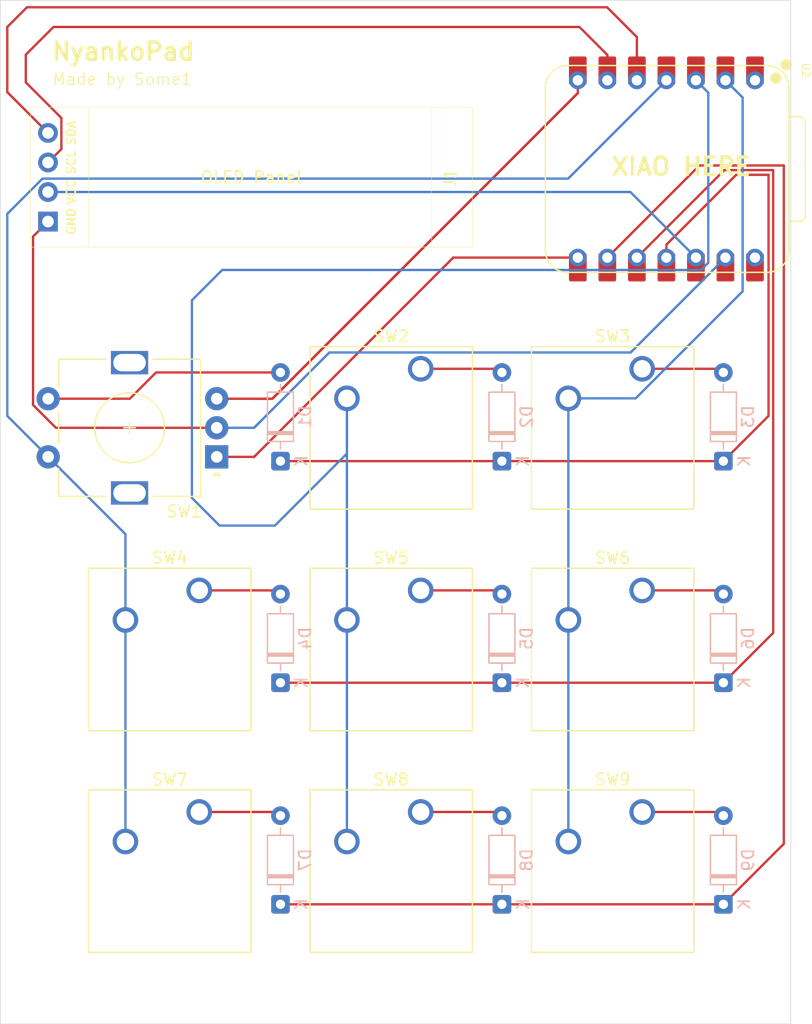
<source format=kicad_pcb>
(kicad_pcb (version 20241229) (generator "pcbnew") (generator_version "9.0")
  (layers (0 "F.Cu" signal) (2 "B.Cu" signal) (13 "F.Paste" user) (15 "B.Paste" user) (5 "F.SilkS" user "F.Silkscreen") (7 "B.SilkS" user "B.Silkscreen") (1 "F.Mask" user) (3 "B.Mask" user) (25 "Edge.Cuts" user))
  (net 0 "")
  (net 1 "GND")
  (net 2 "Net-(D1-A)")
  (net 3 "Net-(U2-GPIO1{slash}RX)")
  (net 4 "+5V")
  (net 5 "Net-(D2-A)")
  (net 6 "Net-(D3-A)")
  (net 7 "Net-(D4-A)")
  (net 8 "Col1")
  (net 9 "Net-(D5-A)")
  (net 10 "Net-(D6-A)")
  (net 11 "Row1")
  (net 12 "Net-(D7-A)")
  (net 13 "Net-(D8-A)")
  (net 14 "Net-(D9-A)")
  (net 16 "SCL")
  (net 17 "SDA")
  (net 18 "Row2")
  (net 19 "Col0")
  (net 20 "Net-(U2-GPIO0{slash}TX)")
  (net 21 "+3.3V")
  (net 22 "Row0")
  (net 23 "Col2")
  (footprint "Button_Switch_Keyboard:SW_Cherry_MX_1.00u_PCB" (layer "F.Cu") (at 136.36625 93.677725)
    (property "Reference" "SW2" (at -2.54 -2.794 0) (layer "F.SilkS"))
    (property "Value" "SW_Push")
    (fp_line (start -9.525 -1.905) (end 4.445 -1.905) (stroke (width 0.12)) (layer "F.SilkS"))
    (fp_line (start -9.525 12.065) (end -9.525 -1.905) (stroke (width 0.12)) (layer "F.SilkS"))
    (fp_line (start 4.445 -1.905) (end 4.445 12.065) (stroke (width 0.12)) (layer "F.SilkS"))
    (fp_line (start 4.445 12.065) (end -9.525 12.065) (stroke (width 0.12)) (layer "F.SilkS"))
    (pad "" np_thru_hole circle (at -7.62 5.08) (size 1.7 1.7) (drill 1.7) (layers "*.Cu" "*.Mask"))
    (pad "" np_thru_hole circle (at -2.54 5.08) (size 4 4) (drill 4) (layers "*.Cu" "*.Mask"))
    (pad "" np_thru_hole circle (at 2.54 5.08) (size 1.7 1.7) (drill 1.7) (layers "*.Cu" "*.Mask"))
    (pad "1" thru_hole circle (at 0 0) (size 2.2 2.2) (drill 1.5) (layers "*.Cu" "*.Mask") (net 5 "Net-(D2-A)"))
    (pad "2" thru_hole circle (at -6.35 2.54) (size 2.2 2.2) (drill 1.5) (layers "*.Cu" "*.Mask") (net 8 "Col1"))
  )
  (footprint "Other stuff:SSD1306-0.91-OLED-4pin-128x32" (layer "F.Cu") (at 140.805 83.211475 180)
    (property "Reference" "J1" (at 1.9 5.91 90) (layer "F.SilkS"))
    (property "Value" "OLED Screen")
    (fp_line (start 38 12) (end 38 0) (stroke (width 0.04)) (layer "F.SilkS"))
    (fp_line (start 38 0) (end 0 0) (stroke (width 0.04)) (layer "F.SilkS"))
    (fp_line (start 33 0) (end 33 12) (stroke (width 0.04)) (layer "F.SilkS"))
    (fp_line (start 3.5 0) (end 3.5 12) (stroke (width 0.04)) (layer "F.SilkS"))
    (fp_line (start 0 12) (end 38 12) (stroke (width 0.04)) (layer "F.SilkS"))
    (fp_line (start 0 0) (end 0 12) (stroke (width 0.04)) (layer "F.SilkS"))
    (fp_text user "OLED Panel" (at 19 6 0) (layer "F.SilkS"))
    (fp_text user "VCC" (at 34.5 4.73 90) (layer "F.SilkS") (effects (font (size 0.75 0.75))))
    (fp_text user "SCL" (at 34.5 7.27 90) (layer "F.SilkS") (effects (font (size 0.75 0.75))))
    (fp_text user "GND" (at 34.5 2.19 90) (layer "F.SilkS") (effects (font (size 0.75 0.75))))
    (fp_text user "SDA" (at 34.5 9.81 90) (layer "F.SilkS") (effects (font (size 0.75 0.75))))
    (pad "1" thru_hole rect (at 36.5 2.19 180) (size 1.7 1.7) (drill 1) (layers "*.Cu" "*.Mask") (net 1 "GND"))
    (pad "2" thru_hole oval (at 36.5 4.73 180) (size 1.7 1.7) (drill 1) (layers "*.Cu" "*.Mask") (net 21 "+3.3V"))
    (pad "3" thru_hole oval (at 36.5 7.27 180) (size 1.7 1.7) (drill 1) (layers "*.Cu" "*.Mask") (net 16 "SCL"))
    (pad "4" thru_hole oval (at 36.5 9.81 180) (size 1.7 1.7) (drill 1) (layers "*.Cu" "*.Mask") (net 17 "SDA"))
  )
  (footprint "Button_Switch_Keyboard:SW_Cherry_MX_1.00u_PCB" (layer "F.Cu") (at 155.41625 93.677725)
    (property "Reference" "SW3" (at -2.54 -2.794 0) (layer "F.SilkS"))
    (property "Value" "SW_Push")
    (fp_line (start -9.525 -1.905) (end 4.445 -1.905) (stroke (width 0.12)) (layer "F.SilkS"))
    (fp_line (start -9.525 12.065) (end -9.525 -1.905) (stroke (width 0.12)) (layer "F.SilkS"))
    (fp_line (start 4.445 -1.905) (end 4.445 12.065) (stroke (width 0.12)) (layer "F.SilkS"))
    (fp_line (start 4.445 12.065) (end -9.525 12.065) (stroke (width 0.12)) (layer "F.SilkS"))
    (pad "" np_thru_hole circle (at -7.62 5.08) (size 1.7 1.7) (drill 1.7) (layers "*.Cu" "*.Mask"))
    (pad "" np_thru_hole circle (at -2.54 5.08) (size 4 4) (drill 4) (layers "*.Cu" "*.Mask"))
    (pad "" np_thru_hole circle (at 2.54 5.08) (size 1.7 1.7) (drill 1.7) (layers "*.Cu" "*.Mask"))
    (pad "1" thru_hole circle (at 0 0) (size 2.2 2.2) (drill 1.5) (layers "*.Cu" "*.Mask") (net 6 "Net-(D3-A)"))
    (pad "2" thru_hole circle (at -6.35 2.54) (size 2.2 2.2) (drill 1.5) (layers "*.Cu" "*.Mask") (net 23 "Col2"))
  )
  (footprint "Button_Switch_Keyboard:SW_Cherry_MX_1.00u_PCB" (layer "F.Cu") (at 155.41625 131.777725)
    (property "Reference" "SW9" (at -2.54 -2.794 0) (layer "F.SilkS"))
    (property "Value" "SW_Push")
    (fp_line (start -9.525 -1.905) (end 4.445 -1.905) (stroke (width 0.12)) (layer "F.SilkS"))
    (fp_line (start -9.525 12.065) (end -9.525 -1.905) (stroke (width 0.12)) (layer "F.SilkS"))
    (fp_line (start 4.445 -1.905) (end 4.445 12.065) (stroke (width 0.12)) (layer "F.SilkS"))
    (fp_line (start 4.445 12.065) (end -9.525 12.065) (stroke (width 0.12)) (layer "F.SilkS"))
    (pad "" np_thru_hole circle (at -7.62 5.08) (size 1.7 1.7) (drill 1.7) (layers "*.Cu" "*.Mask"))
    (pad "" np_thru_hole circle (at -2.54 5.08) (size 4 4) (drill 4) (layers "*.Cu" "*.Mask"))
    (pad "" np_thru_hole circle (at 2.54 5.08) (size 1.7 1.7) (drill 1.7) (layers "*.Cu" "*.Mask"))
    (pad "1" thru_hole circle (at 0 0) (size 2.2 2.2) (drill 1.5) (layers "*.Cu" "*.Mask") (net 14 "Net-(D9-A)"))
    (pad "2" thru_hole circle (at -6.35 2.54) (size 2.2 2.2) (drill 1.5) (layers "*.Cu" "*.Mask") (net 23 "Col2"))
  )
  (footprint "Button_Switch_Keyboard:SW_Cherry_MX_1.00u_PCB" (layer "F.Cu") (at 117.31625 131.777725)
    (property "Reference" "SW7" (at -2.54 -2.794 0) (layer "F.SilkS"))
    (property "Value" "SW_Push")
    (fp_line (start -9.525 -1.905) (end 4.445 -1.905) (stroke (width 0.12)) (layer "F.SilkS"))
    (fp_line (start -9.525 12.065) (end -9.525 -1.905) (stroke (width 0.12)) (layer "F.SilkS"))
    (fp_line (start 4.445 -1.905) (end 4.445 12.065) (stroke (width 0.12)) (layer "F.SilkS"))
    (fp_line (start 4.445 12.065) (end -9.525 12.065) (stroke (width 0.12)) (layer "F.SilkS"))
    (pad "" np_thru_hole circle (at -7.62 5.08) (size 1.7 1.7) (drill 1.7) (layers "*.Cu" "*.Mask"))
    (pad "" np_thru_hole circle (at -2.54 5.08) (size 4 4) (drill 4) (layers "*.Cu" "*.Mask"))
    (pad "" np_thru_hole circle (at 2.54 5.08) (size 1.7 1.7) (drill 1.7) (layers "*.Cu" "*.Mask"))
    (pad "1" thru_hole circle (at 0 0) (size 2.2 2.2) (drill 1.5) (layers "*.Cu" "*.Mask") (net 12 "Net-(D7-A)"))
    (pad "2" thru_hole circle (at -6.35 2.54) (size 2.2 2.2) (drill 1.5) (layers "*.Cu" "*.Mask") (net 19 "Col0"))
  )
  (footprint "Button_Switch_Keyboard:SW_Cherry_MX_1.00u_PCB" (layer "F.Cu") (at 136.36625 131.777725)
    (property "Reference" "SW8" (at -2.54 -2.794 0) (layer "F.SilkS"))
    (property "Value" "SW_Push")
    (fp_line (start -9.525 -1.905) (end 4.445 -1.905) (stroke (width 0.12)) (layer "F.SilkS"))
    (fp_line (start -9.525 12.065) (end -9.525 -1.905) (stroke (width 0.12)) (layer "F.SilkS"))
    (fp_line (start 4.445 -1.905) (end 4.445 12.065) (stroke (width 0.12)) (layer "F.SilkS"))
    (fp_line (start 4.445 12.065) (end -9.525 12.065) (stroke (width 0.12)) (layer "F.SilkS"))
    (pad "" np_thru_hole circle (at -7.62 5.08) (size 1.7 1.7) (drill 1.7) (layers "*.Cu" "*.Mask"))
    (pad "" np_thru_hole circle (at -2.54 5.08) (size 4 4) (drill 4) (layers "*.Cu" "*.Mask"))
    (pad "" np_thru_hole circle (at 2.54 5.08) (size 1.7 1.7) (drill 1.7) (layers "*.Cu" "*.Mask"))
    (pad "1" thru_hole circle (at 0 0) (size 2.2 2.2) (drill 1.5) (layers "*.Cu" "*.Mask") (net 13 "Net-(D8-A)"))
    (pad "2" thru_hole circle (at -6.35 2.54) (size 2.2 2.2) (drill 1.5) (layers "*.Cu" "*.Mask") (net 8 "Col1"))
  )
  (footprint "Button_Switch_Keyboard:SW_Cherry_MX_1.00u_PCB" (layer "F.Cu") (at 136.36625 112.727725)
    (property "Reference" "SW5" (at -2.54 -2.794 0) (layer "F.SilkS"))
    (property "Value" "SW_Push")
    (fp_line (start -9.525 -1.905) (end 4.445 -1.905) (stroke (width 0.12)) (layer "F.SilkS"))
    (fp_line (start -9.525 12.065) (end -9.525 -1.905) (stroke (width 0.12)) (layer "F.SilkS"))
    (fp_line (start 4.445 -1.905) (end 4.445 12.065) (stroke (width 0.12)) (layer "F.SilkS"))
    (fp_line (start 4.445 12.065) (end -9.525 12.065) (stroke (width 0.12)) (layer "F.SilkS"))
    (pad "" np_thru_hole circle (at -7.62 5.08) (size 1.7 1.7) (drill 1.7) (layers "*.Cu" "*.Mask"))
    (pad "" np_thru_hole circle (at -2.54 5.08) (size 4 4) (drill 4) (layers "*.Cu" "*.Mask"))
    (pad "" np_thru_hole circle (at 2.54 5.08) (size 1.7 1.7) (drill 1.7) (layers "*.Cu" "*.Mask"))
    (pad "1" thru_hole circle (at 0 0) (size 2.2 2.2) (drill 1.5) (layers "*.Cu" "*.Mask") (net 9 "Net-(D5-A)"))
    (pad "2" thru_hole circle (at -6.35 2.54) (size 2.2 2.2) (drill 1.5) (layers "*.Cu" "*.Mask") (net 8 "Col1"))
  )
  (footprint "Button_Switch_Keyboard:SW_Cherry_MX_1.00u_PCB" (layer "F.Cu") (at 155.41625 112.727725)
    (property "Reference" "SW6" (at -2.54 -2.794 0) (layer "F.SilkS"))
    (property "Value" "SW_Push")
    (fp_line (start -9.525 -1.905) (end 4.445 -1.905) (stroke (width 0.12)) (layer "F.SilkS"))
    (fp_line (start -9.525 12.065) (end -9.525 -1.905) (stroke (width 0.12)) (layer "F.SilkS"))
    (fp_line (start 4.445 -1.905) (end 4.445 12.065) (stroke (width 0.12)) (layer "F.SilkS"))
    (fp_line (start 4.445 12.065) (end -9.525 12.065) (stroke (width 0.12)) (layer "F.SilkS"))
    (pad "" np_thru_hole circle (at -7.62 5.08) (size 1.7 1.7) (drill 1.7) (layers "*.Cu" "*.Mask"))
    (pad "" np_thru_hole circle (at -2.54 5.08) (size 4 4) (drill 4) (layers "*.Cu" "*.Mask"))
    (pad "" np_thru_hole circle (at 2.54 5.08) (size 1.7 1.7) (drill 1.7) (layers "*.Cu" "*.Mask"))
    (pad "1" thru_hole circle (at 0 0) (size 2.2 2.2) (drill 1.5) (layers "*.Cu" "*.Mask") (net 10 "Net-(D6-A)"))
    (pad "2" thru_hole circle (at -6.35 2.54) (size 2.2 2.2) (drill 1.5) (layers "*.Cu" "*.Mask") (net 23 "Col2"))
  )
  (footprint "OPL:XIAO-RP2040-DIP" (layer "F.Cu") (at 157.5 76.5 -90)
    (property "Reference" "U2" (at -8.5 -12 270) (layer "F.SilkS") (effects (font (size 0.635 0.635) (thickness 0.1016))))
    (property "Value" "XIAO-RP2040-DIP")
    (fp_line (start -6.985 10.414) (end 6.985 10.414) (stroke (width 0.127)) (layer "F.SilkS"))
    (fp_line (start -8.89 8.509) (end -8.89 -8.636) (stroke (width 0.127)) (layer "F.SilkS"))
    (fp_line (start 8.89 8.509) (end 8.89 -8.636) (stroke (width 0.127)) (layer "F.SilkS"))
    (fp_line (start -4.495 -10.541) (end -4.491272 -11.451272) (stroke (width 0.127)) (layer "F.SilkS"))
    (fp_line (start 6.985 -10.541) (end -6.985 -10.541) (stroke (width 0.1)) (layer "F.SilkS"))
    (fp_line (start 6.985 -10.541) (end -6.985 -10.541) (stroke (width 0.127)) (layer "F.SilkS"))
    (fp_line (start 4.504 -11.451) (end 4.504 -10.541) (stroke (width 0.127)) (layer "F.SilkS"))
    (fp_line (start -3.991272 -11.951) (end 4.004 -11.951) (stroke (width 0.127)) (layer "F.SilkS"))
    (fp_arc (start -6.985 10.414) (mid -8.332038 9.856038) (end -8.89 8.509) (stroke (width 0.127)) (layer "F.SilkS"))
    (fp_arc (start 8.89 8.509) (mid 8.332038 9.856038) (end 6.985 10.414) (stroke (width 0.127)) (layer "F.SilkS"))
    (fp_arc (start -8.89 -8.636) (mid -8.332038 -9.983038) (end -6.985 -10.541) (stroke (width 0.127)) (layer "F.SilkS"))
    (fp_arc (start 6.985 -10.541) (mid 8.332038 -9.983038) (end 8.89 -8.636) (stroke (width 0.127)) (layer "F.SilkS"))
    (fp_arc (start -4.491272 -11.451272) (mid -4.344728 -11.80464) (end -3.991272 -11.951) (stroke (width 0.127)) (layer "F.SilkS"))
    (fp_arc (start 4.004 -11.951) (mid 4.357553 -11.804553) (end 4.504 -11.451) (stroke (width 0.127)) (layer "F.SilkS"))
    (fp_circle (center -7.807 -9.42) (end -7.807 -9.674) (stroke (width 0.5)) (fill yes) (layer "F.SilkS"))
    (fp_circle (center -8.95 -10.3) (end -8.95 -10.554) (stroke (width 0.5)) (fill yes) (layer "F.SilkS"))
    (pad "1" smd roundrect (at -8.455 -7.62 90) (size 2.432 1.524) (layers "F.Cu" "F.Mask") (roundrect_rratio 0.1))
    (pad "1" thru_hole circle (at -7.62 -7.62 90) (size 1.524 1.524) (drill 0.889) (layers "*.Cu" "*.Mask"))
    (pad "2" smd roundrect (at -8.455 -5.08 90) (size 2.432 1.524) (layers "F.Cu" "F.Mask") (roundrect_rratio 0.1) (net 23 "Col2"))
    (pad "2" thru_hole circle (at -7.62 -5.08 90) (size 1.524 1.524) (drill 0.889) (layers "*.Cu" "*.Mask") (net 23 "Col2"))
    (pad "3" smd roundrect (at -8.455 -2.54 90) (size 2.432 1.524) (layers "F.Cu" "F.Mask") (roundrect_rratio 0.1) (net 8 "Col1"))
    (pad "3" thru_hole circle (at -7.62 -2.54 90) (size 1.524 1.524) (drill 0.889) (layers "*.Cu" "*.Mask") (net 8 "Col1"))
    (pad "4" smd roundrect (at -8.455 0 90) (size 2.432 1.524) (layers "F.Cu" "F.Mask") (roundrect_rratio 0.1) (net 19 "Col0"))
    (pad "4" thru_hole circle (at -7.62 0 90) (size 1.524 1.524) (drill 0.889) (layers "*.Cu" "*.Mask") (net 19 "Col0"))
    (pad "5" smd roundrect (at -8.455 2.54 90) (size 2.432 1.524) (layers "F.Cu" "F.Mask") (roundrect_rratio 0.1) (net 17 "SDA"))
    (pad "5" thru_hole circle (at -7.62 2.54 90) (size 1.524 1.524) (drill 0.889) (layers "*.Cu" "*.Mask") (net 17 "SDA"))
    (pad "6" smd roundrect (at -8.455 5.08 90) (size 2.432 1.524) (layers "F.Cu" "F.Mask") (roundrect_rratio 0.1) (net 16 "SCL"))
    (pad "6" thru_hole circle (at -7.62 5.08 90) (size 1.524 1.524) (drill 0.889) (layers "*.Cu" "*.Mask") (net 16 "SCL"))
    (pad "7" smd roundrect (at -8.455 7.62 90) (size 2.432 1.524) (layers "F.Cu" "F.Mask") (roundrect_rratio 0.1) (net 20 "Net-(U2-GPIO0{slash}TX)"))
    (pad "7" thru_hole circle (at -7.62 7.62 90) (size 1.524 1.524) (drill 0.889) (layers "*.Cu" "*.Mask") (net 20 "Net-(U2-GPIO0{slash}TX)"))
    (pad "8" thru_hole circle (at 7.62 7.62 270) (size 1.524 1.524) (drill 0.889) (layers "*.Cu" "*.Mask") (net 3 "Net-(U2-GPIO1{slash}RX)"))
    (pad "8" smd roundrect (at 8.455 7.62 270) (size 2.432 1.524) (layers "F.Cu" "F.Mask") (roundrect_rratio 0.1) (net 3 "Net-(U2-GPIO1{slash}RX)"))
    (pad "9" thru_hole circle (at 7.62 5.08 270) (size 1.524 1.524) (drill 0.889) (layers "*.Cu" "*.Mask") (net 18 "Row2"))
    (pad "9" smd roundrect (at 8.455 5.08 270) (size 2.432 1.524) (layers "F.Cu" "F.Mask") (roundrect_rratio 0.1) (net 18 "Row2"))
    (pad "10" thru_hole circle (at 7.62 2.54 270) (size 1.524 1.524) (drill 0.889) (layers "*.Cu" "*.Mask") (net 11 "Row1"))
    (pad "10" smd roundrect (at 8.455 2.54 270) (size 2.432 1.524) (layers "F.Cu" "F.Mask") (roundrect_rratio 0.1) (net 11 "Row1"))
    (pad "11" thru_hole circle (at 7.62 0 270) (size 1.524 1.524) (drill 0.889) (layers "*.Cu" "*.Mask") (net 22 "Row0"))
    (pad "11" smd roundrect (at 8.455 0 270) (size 2.432 1.524) (layers "F.Cu" "F.Mask") (roundrect_rratio 0.1) (net 22 "Row0"))
    (pad "12" thru_hole circle (at 7.62 -2.54 270) (size 1.524 1.524) (drill 0.889) (layers "*.Cu" "*.Mask") (net 21 "+3.3V"))
    (pad "12" smd roundrect (at 8.455 -2.54 270) (size 2.432 1.524) (layers "F.Cu" "F.Mask") (roundrect_rratio 0.1) (net 21 "+3.3V"))
    (pad "13" thru_hole circle (at 7.62 -5.08 270) (size 1.524 1.524) (drill 0.889) (layers "*.Cu" "*.Mask") (net 1 "GND"))
    (pad "13" smd roundrect (at 8.455 -5.08 270) (size 2.432 1.524) (layers "F.Cu" "F.Mask") (roundrect_rratio 0.1) (net 1 "GND"))
    (pad "14" thru_hole circle (at 7.62 -7.62 270) (size 1.524 1.524) (drill 0.889) (layers "*.Cu" "*.Mask") (net 4 "+5V"))
    (pad "14" smd roundrect (at 8.455 -7.62 270) (size 2.432 1.524) (layers "F.Cu" "F.Mask") (roundrect_rratio 0.1) (net 4 "+5V"))
  )
  (footprint "Rotary_Encoder:RotaryEncoder_Alps_EC11E-Switch_Vertical_H20mm" (layer "F.Cu") (at 118.82 101.25 180)
    (property "Reference" "SW1" (at 2.8 -4.7 0) (layer "F.SilkS"))
    (property "Value" "RotaryEncoder_Switch")
    (fp_line (start 13.6 8.4) (end 9.5 8.4) (stroke (width 0.12)) (layer "F.SilkS"))
    (fp_line (start 13.6 6) (end 13.6 8.4) (stroke (width 0.12)) (layer "F.SilkS"))
    (fp_line (start 13.6 1.2) (end 13.6 3.8) (stroke (width 0.12)) (layer "F.SilkS"))
    (fp_line (start 13.6 -3.4) (end 13.6 -1) (stroke (width 0.12)) (layer "F.SilkS"))
    (fp_line (start 9.5 -3.4) (end 13.6 -3.4) (stroke (width 0.12)) (layer "F.SilkS"))
    (fp_line (start 7.5 2) (end 7.5 3) (stroke (width 0.12)) (layer "F.SilkS"))
    (fp_line (start 7 2.5) (end 8 2.5) (stroke (width 0.12)) (layer "F.SilkS"))
    (fp_line (start 5.5 8.4) (end 1.4 8.4) (stroke (width 0.12)) (layer "F.SilkS"))
    (fp_line (start 5.5 -3.4) (end 1.4 -3.4) (stroke (width 0.12)) (layer "F.SilkS"))
    (fp_line (start 1.4 -3.4) (end 1.4 8.4) (stroke (width 0.12)) (layer "F.SilkS"))
    (fp_line (start 0.3 -1.6) (end 0 -1.3) (stroke (width 0.12)) (layer "F.SilkS"))
    (fp_line (start 0 -1.3) (end -0.3 -1.6) (stroke (width 0.12)) (layer "F.SilkS"))
    (fp_line (start -0.3 -1.6) (end 0.3 -1.6) (stroke (width 0.12)) (layer "F.SilkS"))
    (fp_circle (center 7.5 2.5) (end 10.5 2.5) (stroke (width 0.12)) (fill no) (layer "F.SilkS"))
    (pad "A" thru_hole rect (at 0 0 180) (size 2 2) (drill 1) (layers "*.Cu" "*.Mask") (net 3 "Net-(U2-GPIO1{slash}RX)"))
    (pad "B" thru_hole circle (at 0 5 180) (size 2 2) (drill 1) (layers "*.Cu" "*.Mask") (net 20 "Net-(U2-GPIO0{slash}TX)"))
    (pad "C" thru_hole circle (at 0 2.5 180) (size 2 2) (drill 1) (layers "*.Cu" "*.Mask") (net 1 "GND"))
    (pad "MP" thru_hole rect (at 7.5 -3.1 180) (size 3.2 2) (drill oval 2.8 1.5) (layers "*.Cu" "*.Mask"))
    (pad "MP" thru_hole rect (at 7.5 8.1 180) (size 3.2 2) (drill oval 2.8 1.5) (layers "*.Cu" "*.Mask"))
    (pad "S1" thru_hole circle (at 14.5 5 180) (size 2 2) (drill 1) (layers "*.Cu" "*.Mask") (net 2 "Net-(D1-A)"))
    (pad "S2" thru_hole circle (at 14.5 0 180) (size 2 2) (drill 1) (layers "*.Cu" "*.Mask") (net 19 "Col0"))
  )
  (footprint "Button_Switch_Keyboard:SW_Cherry_MX_1.00u_PCB" (layer "F.Cu") (at 117.31625 112.727725)
    (property "Reference" "SW4" (at -2.54 -2.794 0) (layer "F.SilkS"))
    (property "Value" "SW_Push")
    (fp_line (start -9.525 -1.905) (end 4.445 -1.905) (stroke (width 0.12)) (layer "F.SilkS"))
    (fp_line (start -9.525 12.065) (end -9.525 -1.905) (stroke (width 0.12)) (layer "F.SilkS"))
    (fp_line (start 4.445 -1.905) (end 4.445 12.065) (stroke (width 0.12)) (layer "F.SilkS"))
    (fp_line (start 4.445 12.065) (end -9.525 12.065) (stroke (width 0.12)) (layer "F.SilkS"))
    (pad "" np_thru_hole circle (at -7.62 5.08) (size 1.7 1.7) (drill 1.7) (layers "*.Cu" "*.Mask"))
    (pad "" np_thru_hole circle (at -2.54 5.08) (size 4 4) (drill 4) (layers "*.Cu" "*.Mask"))
    (pad "" np_thru_hole circle (at 2.54 5.08) (size 1.7 1.7) (drill 1.7) (layers "*.Cu" "*.Mask"))
    (pad "1" thru_hole circle (at 0 0) (size 2.2 2.2) (drill 1.5) (layers "*.Cu" "*.Mask") (net 7 "Net-(D4-A)"))
    (pad "2" thru_hole circle (at -6.35 2.54) (size 2.2 2.2) (drill 1.5) (layers "*.Cu" "*.Mask") (net 19 "Col0"))
  )
  (footprint "Diode_THT:D_DO-35_SOD27_P7.62mm_Horizontal" (layer "B.Cu") (at 143.35125 101.615225 90)
    (property "Reference" "D2" (at 3.81 2.12 90) (layer "B.SilkS") (effects (justify mirror)))
    (property "Value" "1N4148")
    (fp_line (start 6.58 0) (end 5.93 0) (stroke (width 0.12)) (layer "B.SilkS"))
    (fp_line (start 1.04 0) (end 1.69 0) (stroke (width 0.12)) (layer "B.SilkS"))
    (fp_line (start 2.53 1.12) (end 2.53 -1.12) (stroke (width 0.12)) (layer "B.SilkS"))
    (fp_line (start 2.41 1.12) (end 2.41 -1.12) (stroke (width 0.12)) (layer "B.SilkS"))
    (fp_line (start 2.29 1.12) (end 2.29 -1.12) (stroke (width 0.12)) (layer "B.SilkS"))
    (fp_rect (start 1.69 1.12) (end 5.93 -1.12) (stroke (width 0.12)) (fill no) (layer "B.SilkS"))
    (fp_text user "K" (at 0 1.8 90) (layer "B.SilkS") (effects (justify mirror)))
    (pad "1" thru_hole roundrect (at 0 0 90) (size 1.6 1.6) (drill 0.8) (layers "*.Cu" "*.Mask") (roundrect_rratio 0.15625) (net 22 "Row0"))
    (pad "2" thru_hole circle (at 7.62 0 90) (size 1.6 1.6) (drill 0.8) (layers "*.Cu" "*.Mask") (net 5 "Net-(D2-A)"))
  )
  (footprint "Diode_THT:D_DO-35_SOD27_P7.62mm_Horizontal" (layer "B.Cu") (at 162.40125 101.615225 90)
    (property "Reference" "D3" (at 3.81 2.12 90) (layer "B.SilkS") (effects (justify mirror)))
    (property "Value" "1N4148")
    (fp_line (start 6.58 0) (end 5.93 0) (stroke (width 0.12)) (layer "B.SilkS"))
    (fp_line (start 1.04 0) (end 1.69 0) (stroke (width 0.12)) (layer "B.SilkS"))
    (fp_line (start 2.53 1.12) (end 2.53 -1.12) (stroke (width 0.12)) (layer "B.SilkS"))
    (fp_line (start 2.41 1.12) (end 2.41 -1.12) (stroke (width 0.12)) (layer "B.SilkS"))
    (fp_line (start 2.29 1.12) (end 2.29 -1.12) (stroke (width 0.12)) (layer "B.SilkS"))
    (fp_rect (start 1.69 1.12) (end 5.93 -1.12) (stroke (width 0.12)) (fill no) (layer "B.SilkS"))
    (fp_text user "K" (at 0 1.8 90) (layer "B.SilkS") (effects (justify mirror)))
    (pad "1" thru_hole roundrect (at 0 0 90) (size 1.6 1.6) (drill 0.8) (layers "*.Cu" "*.Mask") (roundrect_rratio 0.15625) (net 22 "Row0"))
    (pad "2" thru_hole circle (at 7.62 0 90) (size 1.6 1.6) (drill 0.8) (layers "*.Cu" "*.Mask") (net 6 "Net-(D3-A)"))
  )
  (footprint "Diode_THT:D_DO-35_SOD27_P7.62mm_Horizontal" (layer "B.Cu") (at 143.35125 120.665225 90)
    (property "Reference" "D5" (at 3.81 2.12 90) (layer "B.SilkS") (effects (justify mirror)))
    (property "Value" "1N4148")
    (fp_line (start 6.58 0) (end 5.93 0) (stroke (width 0.12)) (layer "B.SilkS"))
    (fp_line (start 1.04 0) (end 1.69 0) (stroke (width 0.12)) (layer "B.SilkS"))
    (fp_line (start 2.53 1.12) (end 2.53 -1.12) (stroke (width 0.12)) (layer "B.SilkS"))
    (fp_line (start 2.41 1.12) (end 2.41 -1.12) (stroke (width 0.12)) (layer "B.SilkS"))
    (fp_line (start 2.29 1.12) (end 2.29 -1.12) (stroke (width 0.12)) (layer "B.SilkS"))
    (fp_rect (start 1.69 1.12) (end 5.93 -1.12) (stroke (width 0.12)) (fill no) (layer "B.SilkS"))
    (fp_text user "K" (at 0 1.8 90) (layer "B.SilkS") (effects (justify mirror)))
    (pad "1" thru_hole roundrect (at 0 0 90) (size 1.6 1.6) (drill 0.8) (layers "*.Cu" "*.Mask") (roundrect_rratio 0.15625) (net 11 "Row1"))
    (pad "2" thru_hole circle (at 7.62 0 90) (size 1.6 1.6) (drill 0.8) (layers "*.Cu" "*.Mask") (net 9 "Net-(D5-A)"))
  )
  (footprint "Diode_THT:D_DO-35_SOD27_P7.62mm_Horizontal" (layer "B.Cu") (at 124.30125 120.665225 90)
    (property "Reference" "D4" (at 3.81 2.12 90) (layer "B.SilkS") (effects (justify mirror)))
    (property "Value" "1N4148")
    (fp_line (start 6.58 0) (end 5.93 0) (stroke (width 0.12)) (layer "B.SilkS"))
    (fp_line (start 1.04 0) (end 1.69 0) (stroke (width 0.12)) (layer "B.SilkS"))
    (fp_line (start 2.53 1.12) (end 2.53 -1.12) (stroke (width 0.12)) (layer "B.SilkS"))
    (fp_line (start 2.41 1.12) (end 2.41 -1.12) (stroke (width 0.12)) (layer "B.SilkS"))
    (fp_line (start 2.29 1.12) (end 2.29 -1.12) (stroke (width 0.12)) (layer "B.SilkS"))
    (fp_rect (start 1.69 1.12) (end 5.93 -1.12) (stroke (width 0.12)) (fill no) (layer "B.SilkS"))
    (fp_text user "K" (at 0 1.8 90) (layer "B.SilkS") (effects (justify mirror)))
    (pad "1" thru_hole roundrect (at 0 0 90) (size 1.6 1.6) (drill 0.8) (layers "*.Cu" "*.Mask") (roundrect_rratio 0.15625) (net 11 "Row1"))
    (pad "2" thru_hole circle (at 7.62 0 90) (size 1.6 1.6) (drill 0.8) (layers "*.Cu" "*.Mask") (net 7 "Net-(D4-A)"))
  )
  (footprint "Diode_THT:D_DO-35_SOD27_P7.62mm_Horizontal" (layer "B.Cu") (at 143.35125 139.715225 90)
    (property "Reference" "D8" (at 3.81 2.12 90) (layer "B.SilkS") (effects (justify mirror)))
    (property "Value" "1N4148")
    (fp_line (start 6.58 0) (end 5.93 0) (stroke (width 0.12)) (layer "B.SilkS"))
    (fp_line (start 1.04 0) (end 1.69 0) (stroke (width 0.12)) (layer "B.SilkS"))
    (fp_line (start 2.53 1.12) (end 2.53 -1.12) (stroke (width 0.12)) (layer "B.SilkS"))
    (fp_line (start 2.41 1.12) (end 2.41 -1.12) (stroke (width 0.12)) (layer "B.SilkS"))
    (fp_line (start 2.29 1.12) (end 2.29 -1.12) (stroke (width 0.12)) (layer "B.SilkS"))
    (fp_rect (start 1.69 1.12) (end 5.93 -1.12) (stroke (width 0.12)) (fill no) (layer "B.SilkS"))
    (fp_text user "K" (at 0 1.8 90) (layer "B.SilkS") (effects (justify mirror)))
    (pad "1" thru_hole roundrect (at 0 0 90) (size 1.6 1.6) (drill 0.8) (layers "*.Cu" "*.Mask") (roundrect_rratio 0.15625) (net 18 "Row2"))
    (pad "2" thru_hole circle (at 7.62 0 90) (size 1.6 1.6) (drill 0.8) (layers "*.Cu" "*.Mask") (net 13 "Net-(D8-A)"))
  )
  (footprint "Diode_THT:D_DO-35_SOD27_P7.62mm_Horizontal" (layer "B.Cu") (at 162.40125 139.715225 90)
    (property "Reference" "D9" (at 3.81 2.12 90) (layer "B.SilkS") (effects (justify mirror)))
    (property "Value" "1N4148")
    (fp_line (start 6.58 0) (end 5.93 0) (stroke (width 0.12)) (layer "B.SilkS"))
    (fp_line (start 1.04 0) (end 1.69 0) (stroke (width 0.12)) (layer "B.SilkS"))
    (fp_line (start 2.53 1.12) (end 2.53 -1.12) (stroke (width 0.12)) (layer "B.SilkS"))
    (fp_line (start 2.41 1.12) (end 2.41 -1.12) (stroke (width 0.12)) (layer "B.SilkS"))
    (fp_line (start 2.29 1.12) (end 2.29 -1.12) (stroke (width 0.12)) (layer "B.SilkS"))
    (fp_rect (start 1.69 1.12) (end 5.93 -1.12) (stroke (width 0.12)) (fill no) (layer "B.SilkS"))
    (fp_text user "K" (at 0 1.8 90) (layer "B.SilkS") (effects (justify mirror)))
    (pad "1" thru_hole roundrect (at 0 0 90) (size 1.6 1.6) (drill 0.8) (layers "*.Cu" "*.Mask") (roundrect_rratio 0.15625) (net 18 "Row2"))
    (pad "2" thru_hole circle (at 7.62 0 90) (size 1.6 1.6) (drill 0.8) (layers "*.Cu" "*.Mask") (net 14 "Net-(D9-A)"))
  )
  (footprint "Diode_THT:D_DO-35_SOD27_P7.62mm_Horizontal" (layer "B.Cu") (at 124.30125 101.615225 90)
    (property "Reference" "D1" (at 3.81 2.12 90) (layer "B.SilkS") (effects (justify mirror)))
    (property "Value" "1N4148")
    (fp_line (start 6.58 0) (end 5.93 0) (stroke (width 0.12)) (layer "B.SilkS"))
    (fp_line (start 1.04 0) (end 1.69 0) (stroke (width 0.12)) (layer "B.SilkS"))
    (fp_line (start 2.53 1.12) (end 2.53 -1.12) (stroke (width 0.12)) (layer "B.SilkS"))
    (fp_line (start 2.41 1.12) (end 2.41 -1.12) (stroke (width 0.12)) (layer "B.SilkS"))
    (fp_line (start 2.29 1.12) (end 2.29 -1.12) (stroke (width 0.12)) (layer "B.SilkS"))
    (fp_rect (start 1.69 1.12) (end 5.93 -1.12) (stroke (width 0.12)) (fill no) (layer "B.SilkS"))
    (fp_text user "K" (at 0 1.8 90) (layer "B.SilkS") (effects (justify mirror)))
    (pad "1" thru_hole roundrect (at 0 0 90) (size 1.6 1.6) (drill 0.8) (layers "*.Cu" "*.Mask") (roundrect_rratio 0.15625) (net 22 "Row0"))
    (pad "2" thru_hole circle (at 7.62 0 90) (size 1.6 1.6) (drill 0.8) (layers "*.Cu" "*.Mask") (net 2 "Net-(D1-A)"))
  )
  (footprint "Diode_THT:D_DO-35_SOD27_P7.62mm_Horizontal" (layer "B.Cu") (at 162.40125 120.665225 90)
    (property "Reference" "D6" (at 3.81 2.12 90) (layer "B.SilkS") (effects (justify mirror)))
    (property "Value" "1N4148")
    (fp_line (start 6.58 0) (end 5.93 0) (stroke (width 0.12)) (layer "B.SilkS"))
    (fp_line (start 1.04 0) (end 1.69 0) (stroke (width 0.12)) (layer "B.SilkS"))
    (fp_line (start 2.53 1.12) (end 2.53 -1.12) (stroke (width 0.12)) (layer "B.SilkS"))
    (fp_line (start 2.41 1.12) (end 2.41 -1.12) (stroke (width 0.12)) (layer "B.SilkS"))
    (fp_line (start 2.29 1.12) (end 2.29 -1.12) (stroke (width 0.12)) (layer "B.SilkS"))
    (fp_rect (start 1.69 1.12) (end 5.93 -1.12) (stroke (width 0.12)) (fill no) (layer "B.SilkS"))
    (fp_text user "K" (at 0 1.8 90) (layer "B.SilkS") (effects (justify mirror)))
    (pad "1" thru_hole roundrect (at 0 0 90) (size 1.6 1.6) (drill 0.8) (layers "*.Cu" "*.Mask") (roundrect_rratio 0.15625) (net 11 "Row1"))
    (pad "2" thru_hole circle (at 7.62 0 90) (size 1.6 1.6) (drill 0.8) (layers "*.Cu" "*.Mask") (net 10 "Net-(D6-A)"))
  )
  (footprint "Diode_THT:D_DO-35_SOD27_P7.62mm_Horizontal" (layer "B.Cu") (at 124.30125 139.715225 90)
    (property "Reference" "D7" (at 3.81 2.12 90) (layer "B.SilkS") (effects (justify mirror)))
    (property "Value" "1N4148")
    (fp_line (start 6.58 0) (end 5.93 0) (stroke (width 0.12)) (layer "B.SilkS"))
    (fp_line (start 1.04 0) (end 1.69 0) (stroke (width 0.12)) (layer "B.SilkS"))
    (fp_line (start 2.53 1.12) (end 2.53 -1.12) (stroke (width 0.12)) (layer "B.SilkS"))
    (fp_line (start 2.41 1.12) (end 2.41 -1.12) (stroke (width 0.12)) (layer "B.SilkS"))
    (fp_line (start 2.29 1.12) (end 2.29 -1.12) (stroke (width 0.12)) (layer "B.SilkS"))
    (fp_rect (start 1.69 1.12) (end 5.93 -1.12) (stroke (width 0.12)) (fill no) (layer "B.SilkS"))
    (fp_text user "K" (at 0 1.8 90) (layer "B.SilkS") (effects (justify mirror)))
    (pad "1" thru_hole roundrect (at 0 0 90) (size 1.6 1.6) (drill 0.8) (layers "*.Cu" "*.Mask") (roundrect_rratio 0.15625) (net 18 "Row2"))
    (pad "2" thru_hole circle (at 7.62 0 90) (size 1.6 1.6) (drill 0.8) (layers "*.Cu" "*.Mask") (net 12 "Net-(D7-A)"))
  )
  (gr_rect (start 100.2 62) (end 168.2 150) (stroke (width 0.05)) (fill no) (layer "Edge.Cuts"))
  (gr_text "NyankoPad" (at 104.47 67.28 0) (layer "F.SilkS") (effects (font (size 1.5 1.5) (thickness 0.3) (bold yes)) (justify left bottom)))
  (gr_text "Made by Some1" (at 104.62 69.36 0) (layer "F.SilkS") (effects (font (size 1 1) (thickness 0.1)) (justify left bottom)))
  (gr_text "XIAO HERE\n" (at 152.61 77.17 0) (layer "F.SilkS") (effects (font (size 1.5 1.5) (thickness 0.3) (bold yes)) (justify left bottom)))
  (segment (start 103.019 96.788892) (end 104.980108 98.75) (width 0.2) (layer "F.Cu") (net 1))
  (segment (start 104.980108 98.75) (end 118.82 98.75) (width 0.2) (layer "F.Cu") (net 1))
  (segment (start 103.019 82.307475) (end 103.019 96.788892) (width 0.2) (layer "F.Cu") (net 1))
  (segment (start 104.305 81.021475) (end 103.019 82.307475) (width 0.2) (layer "F.Cu") (net 1))
  (segment (start 162.58 85.19763) (end 162.58 84.12) (width 0.2) (layer "F.Cu") (net 1))
  (segment (start 154.423275 92.276725) (end 128.50725 92.276725) (width 0.2) (layer "B.Cu") (net 1))
  (segment (start 128.50725 92.276725) (end 122.696987 98.086987) (width 0.2) (layer "B.Cu") (net 1))
  (segment (start 122.033974 98.75) (end 122.696987 98.086987) (width 0.2) (layer "B.Cu") (net 1))
  (segment (start 118.82 98.75) (end 122.033974 98.75) (width 0.2) (layer "B.Cu") (net 1))
  (segment (start 122.696987 98.086987) (end 122.02625 98.757725) (width 0.2) (layer "B.Cu") (net 1))
  (segment (start 162.58 84.12) (end 154.423275 92.276725) (width 0.2) (layer "B.Cu") (net 1))
  (segment (start 111.341 96.25) (end 113.595775 93.995225) (width 0.2) (layer "F.Cu") (net 2))
  (segment (start 104.32 96.25) (end 111.341 96.25) (width 0.2) (layer "F.Cu") (net 2))
  (segment (start 113.595775 93.995225) (end 124.30125 93.995225) (width 0.2) (layer "F.Cu") (net 2))
  (segment (start 139.163975 84.12) (end 122.121987 101.161987) (width 0.2) (layer "F.Cu") (net 3))
  (segment (start 118.82 101.25) (end 122.033974 101.25) (width 0.2) (layer "F.Cu") (net 3))
  (segment (start 122.121987 101.161987) (end 122.02625 101.257725) (width 0.2) (layer "F.Cu") (net 3))
  (segment (start 122.033974 101.25) (end 122.121987 101.161987) (width 0.2) (layer "F.Cu") (net 3))
  (segment (start 149.88 84.12) (end 139.163975 84.12) (width 0.2) (layer "F.Cu") (net 3))
  (segment (start 136.36625 93.677725) (end 143.03375 93.677725) (width 0.2) (layer "F.Cu") (net 5))
  (segment (start 143.03375 93.677725) (end 143.35125 93.995225) (width 0.2) (layer "F.Cu") (net 5))
  (segment (start 162.08375 93.677725) (end 162.40125 93.995225) (width 0.2) (layer "F.Cu") (net 6))
  (segment (start 155.41625 93.677725) (end 162.08375 93.677725) (width 0.2) (layer "F.Cu") (net 6))
  (segment (start 117.31625 112.727725) (end 123.98375 112.727725) (width 0.2) (layer "F.Cu") (net 7))
  (segment (start 123.98375 112.727725) (end 124.30125 113.045225) (width 0.2) (layer "F.Cu") (net 7))
  (segment (start 161.103 84.56031) (end 161.103 69.943) (width 0.2) (layer "B.Cu") (net 8))
  (segment (start 130.01625 96.217725) (end 130.01625 100.965) (width 0.2) (layer "B.Cu") (net 8))
  (segment (start 119.287 85.183) (end 160.48031 85.183) (width 0.2) (layer "B.Cu") (net 8))
  (segment (start 130.01625 100.965) (end 123.825 107.15625) (width 0.2) (layer "B.Cu") (net 8))
  (segment (start 119.0625 107.15625) (end 116.68125 104.775) (width 0.2) (layer "B.Cu") (net 8))
  (segment (start 130.01625 115.267725) (end 130.01625 134.317725) (width 0.2) (layer "B.Cu") (net 8))
  (segment (start 123.825 107.15625) (end 119.0625 107.15625) (width 0.2) (layer "B.Cu") (net 8))
  (segment (start 130.01625 96.217725) (end 130.01625 115.267725) (width 0.2) (layer "B.Cu") (net 8))
  (segment (start 161.103 69.943) (end 160.04 68.88) (width 0.2) (layer "B.Cu") (net 8))
  (segment (start 116.68125 104.775) (end 116.68125 87.78875) (width 0.2) (layer "B.Cu") (net 8))
  (segment (start 160.48031 85.183) (end 161.103 84.56031) (width 0.2) (layer "B.Cu") (net 8))
  (segment (start 116.68125 87.78875) (end 119.287 85.183) (width 0.2) (layer "B.Cu") (net 8))
  (segment (start 143.03375 112.727725) (end 143.35125 113.045225) (width 0.2) (layer "F.Cu") (net 9))
  (segment (start 136.36625 112.727725) (end 143.03375 112.727725) (width 0.2) (layer "F.Cu") (net 9))
  (segment (start 162.08375 112.727725) (end 162.40125 113.045225) (width 0.2) (layer "F.Cu") (net 10))
  (segment (start 155.41625 112.727725) (end 162.08375 112.727725) (width 0.2) (layer "F.Cu") (net 10))
  (segment (start 166.6875 116.378975) (end 166.6875 76.601) (width 0.2) (layer "F.Cu") (net 11))
  (segment (start 166.6875 76.601) (end 162.479 76.601) (width 0.2) (layer "F.Cu") (net 11))
  (segment (start 124.30125 120.665225) (end 143.35125 120.665225) (width 0.2) (layer "F.Cu") (net 11))
  (segment (start 143.35125 120.665225) (end 162.40125 120.665225) (width 0.2) (layer "F.Cu") (net 11))
  (segment (start 162.40125 120.665225) (end 166.6875 116.378975) (width 0.2) (layer "F.Cu") (net 11))
  (segment (start 162.479 76.601) (end 154.96 84.12) (width 0.2) (layer "F.Cu") (net 11))
  (segment (start 117.31625 131.777725) (end 123.98375 131.777725) (width 0.2) (layer "F.Cu") (net 12))
  (segment (start 123.98375 131.777725) (end 124.30125 132.095225) (width 0.2) (layer "F.Cu") (net 12))
  (segment (start 136.36625 131.777725) (end 143.03375 131.777725) (width 0.2) (layer "F.Cu") (net 13))
  (segment (start 143.03375 131.777725) (end 143.35125 132.095225) (width 0.2) (layer "F.Cu") (net 13))
  (segment (start 155.41625 131.777725) (end 162.08375 131.777725) (width 0.2) (layer "F.Cu") (net 14))
  (segment (start 162.08375 131.777725) (end 162.40125 132.095225) (width 0.2) (layer "F.Cu") (net 14))
  (segment (start 102.39375 66.675) (end 104.775 64.29375) (width 0.2) (layer "F.Cu") (net 16))
  (segment (start 105.456 72.1185) (end 102.39375 69.05625) (width 0.2) (layer "F.Cu") (net 16))
  (segment (start 104.775 64.29375) (end 150.01875 64.29375) (width 0.2) (layer "F.Cu") (net 16))
  (segment (start 104.305 75.941475) (end 105.456 74.790475) (width 0.2) (layer "F.Cu") (net 16))
  (segment (start 152.42 66.695) (end 152.42 68.045) (width 0.2) (layer "F.Cu") (net 16))
  (segment (start 102.39375 69.05625) (end 102.39375 66.675) (width 0.2) (layer "F.Cu") (net 16))
  (segment (start 105.456 74.790475) (end 105.456 72.1185) (width 0.2) (layer "F.Cu") (net 16))
  (segment (start 152.42 68.88) (end 152.42 66.695) (width 0.2) (layer "F.Cu") (net 16))
  (segment (start 150.01875 64.29375) (end 152.42 66.695) (width 0.2) (layer "F.Cu") (net 16))
  (segment (start 102.49375 62.601) (end 152.4 62.601) (width 0.2) (layer "F.Cu") (net 17))
  (segment (start 100.801 69.897475) (end 100.801 64.29375) (width 0.2) (layer "F.Cu") (net 17))
  (segment (start 152.4 62.601) (end 154.96 65.161) (width 0.2) (layer "F.Cu") (net 17))
  (segment (start 154.96 65.161) (end 154.96 68.88) (width 0.2) (layer "F.Cu") (net 17))
  (segment (start 104.305 73.401475) (end 100.801 69.897475) (width 0.2) (layer "F.Cu") (net 17))
  (segment (start 100.801 64.29375) (end 102.49375 62.601) (width 0.2) (layer "F.Cu") (net 17))
  (segment (start 143.35125 139.715225) (end 162.40125 139.715225) (width 0.2) (layer "F.Cu") (net 18))
  (segment (start 167.599 76.2) (end 167.599 134.517475) (width 0.2) (layer "F.Cu") (net 18))
  (segment (start 167.599 134.517475) (end 162.40125 139.715225) (width 0.2) (layer "F.Cu") (net 18))
  (segment (start 160.34 76.2) (end 167.599 76.2) (width 0.2) (layer "F.Cu") (net 18))
  (segment (start 152.42 84.12) (end 160.34 76.2) (width 0.2) (layer "F.Cu") (net 18))
  (segment (start 124.30125 139.715225) (end 143.35125 139.715225) (width 0.2) (layer "F.Cu") (net 18))
  (segment (start 100.801 80.357716) (end 103.828241 77.330475) (width 0.2) (layer "B.Cu") (net 19))
  (segment (start 104.32 101.25) (end 100.801 97.731) (width 0.2) (layer "B.Cu") (net 19))
  (segment (start 149.049525 77.330475) (end 157.5 68.88) (width 0.2) (layer "B.Cu") (net 19))
  (segment (start 110.96625 115.267725) (end 110.96625 134.317725) (width 0.2) (layer "B.Cu") (net 19))
  (segment (start 100.801 97.731) (end 100.801 80.357716) (width 0.2) (layer "B.Cu") (net 19))
  (segment (start 110.96625 107.89625) (end 104.32 101.25) (width 0.2) (layer "B.Cu") (net 19))
  (segment (start 103.828241 77.330475) (end 149.049525 77.330475) (width 0.2) (layer "B.Cu") (net 19))
  (segment (start 110.96625 115.267725) (end 110.96625 107.89625) (width 0.2) (layer "B.Cu") (net 19))
  (segment (start 123.603525 96.25) (end 149.88 69.973525) (width 0.2) (layer "F.Cu") (net 20))
  (segment (start 118.82 96.25) (end 123.603524 96.25) (width 0.2) (layer "F.Cu") (net 20))
  (segment (start 149.88 69.973525) (end 123.5958 96.257725) (width 0.2) (layer "F.Cu") (net 20))
  (segment (start 123.603524 96.25) (end 123.886762 95.966762) (width 0.2) (layer "F.Cu") (net 20))
  (segment (start 122.99 96.257725) (end 122.39 96.257725) (width 0.2) (layer "F.Cu") (net 20))
  (segment (start 121.76 96.25) (end 123.603524 96.25) (width 0.2) (layer "F.Cu") (net 20))
  (segment (start 123.886762 95.966762) (end 149.88 69.973525) (width 0.2) (layer "F.Cu") (net 20))
  (segment (start 121.89 96.25) (end 122.382275 96.25) (width 0.2) (layer "F.Cu") (net 20))
  (segment (start 122.382275 96.25) (end 118.82 96.25) (width 0.2) (layer "F.Cu") (net 20))
  (segment (start 118.82 96.25) (end 121.76 96.25) (width 0.2) (layer "F.Cu") (net 20))
  (segment (start 122.982275 96.25) (end 122.99 96.257725) (width 0.2) (layer "F.Cu") (net 20))
  (segment (start 149.88 69.973525) (end 149.88 68.88) (width 0.2) (layer "F.Cu") (net 20))
  (segment (start 121.89 96.25) (end 122.982275 96.25) (width 0.2) (layer "F.Cu") (net 20))
  (segment (start 121.76 96.25) (end 121.89 96.25) (width 0.2) (layer "F.Cu") (net 20))
  (segment (start 123.603525 96.25) (end 123.886762 95.966762) (width 0.2) (layer "F.Cu") (net 20))
  (segment (start 122.382275 96.25) (end 122.39 96.257725) (width 0.2) (layer "F.Cu") (net 20))
  (segment (start 123.5958 96.257725) (end 122.99 96.257725) (width 0.2) (layer "F.Cu") (net 20))
  (segment (start 122.39 96.257725) (end 122.02625 96.257725) (width 0.2) (layer "F.Cu") (net 20))
  (segment (start 118.82 96.25) (end 123.603525 96.25) (width 0.2) (layer "F.Cu") (net 20))
  (segment (start 160.04 84.955) (end 160.04 84.12) (width 0.2) (layer "F.Cu") (net 21))
  (segment (start 154.401475 78.481475) (end 104.305 78.481475) (width 0.2) (layer "B.Cu") (net 21))
  (segment (start 160.04 84.12) (end 154.401475 78.481475) (width 0.2) (layer "B.Cu") (net 21))
  (segment (start 143.35125 101.615225) (end 162.40125 101.615225) (width 0.2) (layer "F.Cu") (net 22))
  (segment (start 166.2865 97.729975) (end 162.6848 101.331675) (width 0.2) (layer "F.Cu") (net 22))
  (segment (start 124.30125 101.615225) (end 143.35125 101.615225) (width 0.2) (layer "F.Cu") (net 22))
  (segment (start 166.2865 77.002) (end 166.2865 97.729975) (width 0.2) (layer "F.Cu") (net 22))
  (segment (start 157.5 84.12) (end 157.5 83.00625) (width 0.2) (layer "F.Cu") (net 22))
  (segment (start 163.50425 77.002) (end 166.2865 77.002) (width 0.2) (layer "F.Cu") (net 22))
  (segment (start 157.5 83.00625) (end 163.50425 77.002) (width 0.2) (layer "F.Cu") (net 22))
  (segment (start 149.06625 96.217725) (end 154.857564 96.217725) (width 0.2) (layer "B.Cu") (net 23))
  (segment (start 149.06625 115.267725) (end 149.06625 134.317725) (width 0.2) (layer "B.Cu") (net 23))
  (segment (start 164.057 87.018289) (end 164.057 70.357) (width 0.2) (layer "B.Cu") (net 23))
  (segment (start 154.857564 96.217725) (end 164.057 87.018289) (width 0.2) (layer "B.Cu") (net 23))
  (segment (start 164.057 70.357) (end 162.58 68.88) (width 0.2) (layer "B.Cu") (net 23))
  (segment (start 149.06625 96.217725) (end 149.06625 115.267725) (width 0.2) (layer "B.Cu") (net 23))
)
</source>
